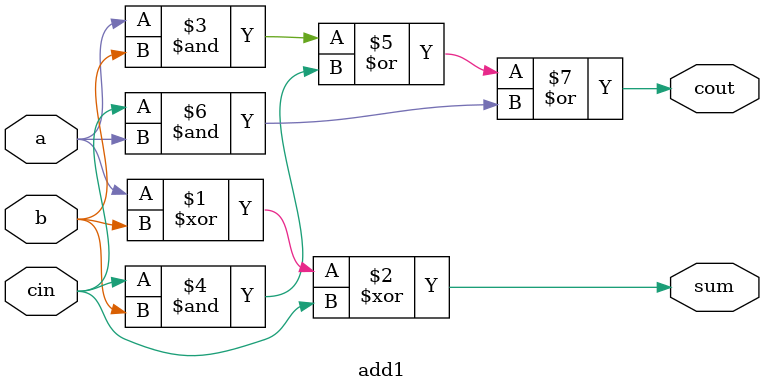
<source format=v>

module top_module (
    input [31:0] a,
    input [31:0] b,
    output [31:0] sum
);//
/*
    wire [15:0] cout;
    add1 a1(a[0],b[0],1'b0,sum[0],cout[0]);
    add1 a2(a[1],b[1],cout[0],sum[1],cout[1]);
    add1 a3(a[2],b[2],cout[1],sum[2],cout[2]);
    add1 a4(a[3],b[3],cout[2],sum[3],cout[3]);
    add1 a5(a[4],b[4],cout[3],sum[4],cout[4]);
    add1 a6(a[5],b[5],cout[4],sum[5],cout[5]);
    add1 a7(a[6],b[6],cout[5],sum[6],cout[6]);
    add1 a8(a[7],b[7],cout[6],sum[7],cout[7]);
    add1 a9(a[8],b[8],cout[7],sum[8],cout[8]);
    add1 a10(a[9],b[9],cout[8],sum[9],cout[9]);
    add1 a11(a[10],b[10],cout[9],sum[10],cout[10]);
    add1 a12(a[11],b[11],cout[10],sum[11],cout[11]);
    add1 a13(a[12],b[12],cout[11],sum[12],cout[12]);
    add1 a14(a[13],b[13],cout[12],sum[13],cout[13]);
    add1 a15(a[14],b[14],cout[13],sum[14],cout[14]);
    add1 a16(a[15],b[15],cout[14],sum[15],cout[15]);
*/
    wire d;
    add16 a1(a[15:0],b[15:0],1'b0,sum[15:0],d);
    add16 a2(a[31:16],b[31:16],d,sum[31:16],1'b0);

endmodule

module add1 ( input a, input b, input cin,   output sum, output cout );

// Full adder module here
    assign sum = a^b^cin;
    assign cout = (a&b)|(cin&b)|(cin&a);

endmodule

</source>
